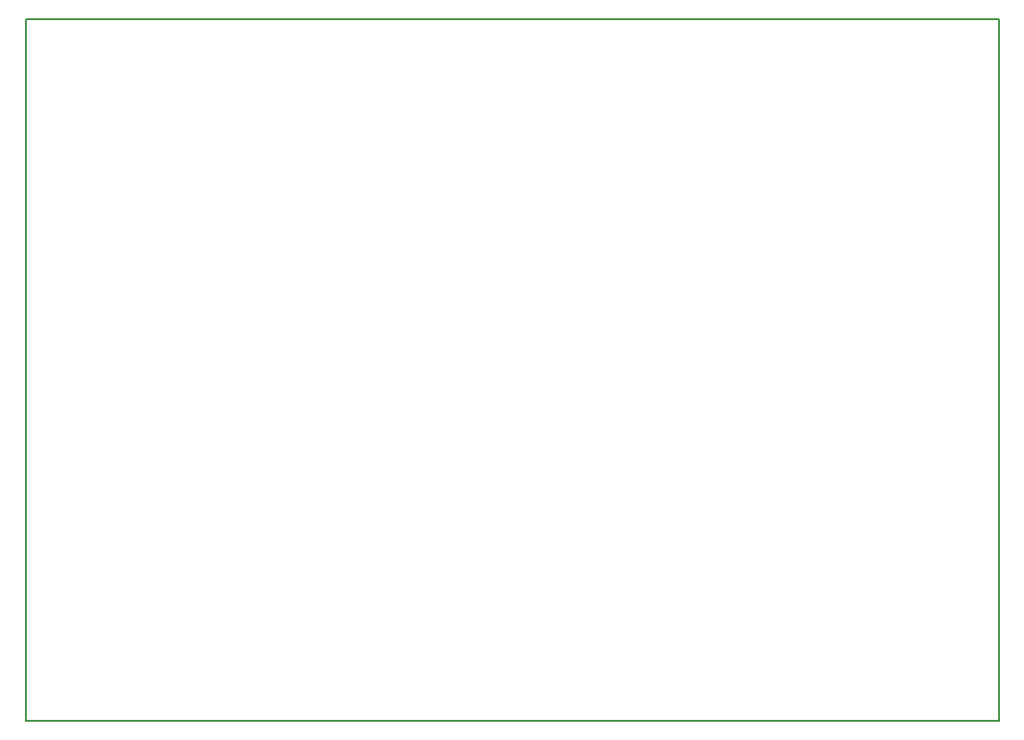
<source format=gbo>
G04 MADE WITH FRITZING*
G04 WWW.FRITZING.ORG*
G04 DOUBLE SIDED*
G04 HOLES PLATED*
G04 CONTOUR ON CENTER OF CONTOUR VECTOR*
%ASAXBY*%
%FSLAX23Y23*%
%MOIN*%
%OFA0B0*%
%SFA1.0B1.0*%
%ADD10R,3.388120X2.451090X3.372120X2.435090*%
%ADD11C,0.008000*%
%LNSILK0*%
G90*
G70*
G54D11*
X4Y2447D02*
X3384Y2447D01*
X3384Y4D01*
X4Y4D01*
X4Y2447D01*
D02*
G04 End of Silk0*
M02*
</source>
